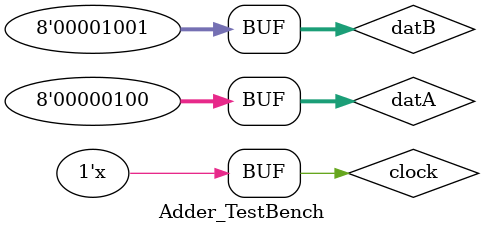
<source format=v>
module Adder_TestBench;
  
  reg clock;
  reg[7:0] datA, datB;
  wire[7:0] datZ;
  
  initial begin
    #5 clock = 0;
    #5 datA = 4;
    #5 datB = 9;
  end
  
  always begin
    #5 clock = !clock;
  end
  
  // insert instance
  
  Adder U0 (
    .dataa( datA ),
    .datab( datB ),
    .clk( clock ),
    .result( datZ )
  );
  
endmodule
</source>
